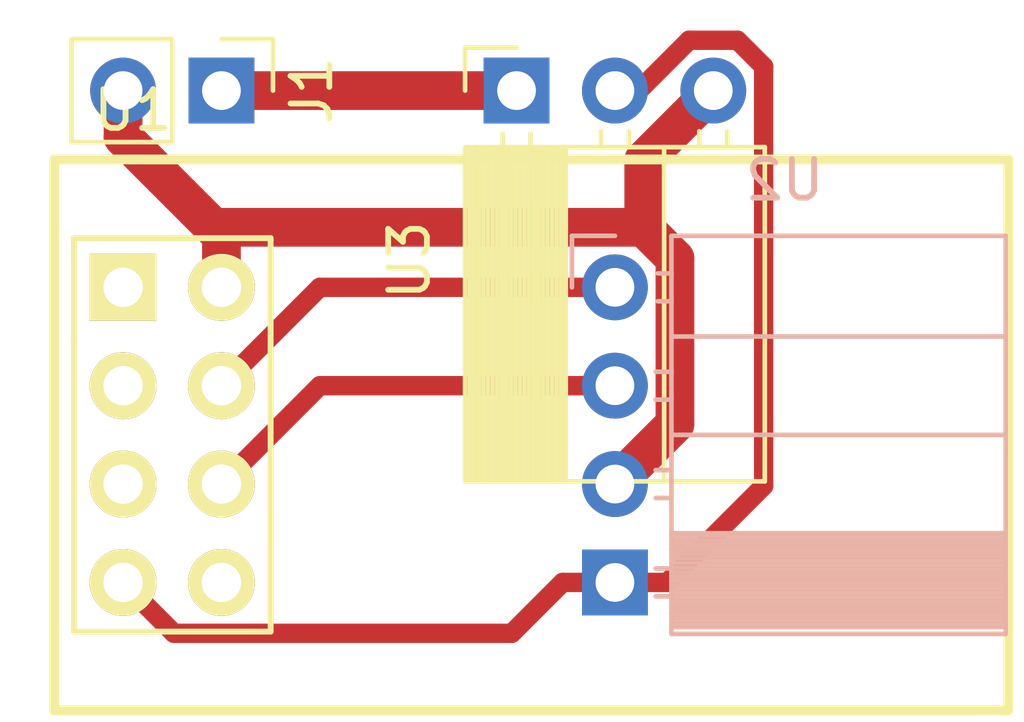
<source format=kicad_pcb>
(kicad_pcb (version 20171130) (host pcbnew "(5.1.4-0-10_14)")

  (general
    (thickness 1.6)
    (drawings 0)
    (tracks 29)
    (zones 0)
    (modules 4)
    (nets 10)
  )

  (page A4)
  (layers
    (0 F.Cu signal)
    (31 B.Cu signal)
    (32 B.Adhes user)
    (33 F.Adhes user)
    (34 B.Paste user)
    (35 F.Paste user)
    (36 B.SilkS user)
    (37 F.SilkS user)
    (38 B.Mask user)
    (39 F.Mask user)
    (40 Dwgs.User user)
    (41 Cmts.User user)
    (42 Eco1.User user)
    (43 Eco2.User user)
    (44 Edge.Cuts user)
    (45 Margin user)
    (46 B.CrtYd user)
    (47 F.CrtYd user)
    (48 B.Fab user)
    (49 F.Fab user)
  )

  (setup
    (last_trace_width 0.5)
    (trace_clearance 0.2)
    (zone_clearance 0.508)
    (zone_45_only no)
    (trace_min 0.2)
    (via_size 0.8)
    (via_drill 0.4)
    (via_min_size 0.4)
    (via_min_drill 0.3)
    (uvia_size 0.3)
    (uvia_drill 0.1)
    (uvias_allowed no)
    (uvia_min_size 0.2)
    (uvia_min_drill 0.1)
    (edge_width 0.05)
    (segment_width 0.2)
    (pcb_text_width 0.3)
    (pcb_text_size 1.5 1.5)
    (mod_edge_width 0.12)
    (mod_text_size 1 1)
    (mod_text_width 0.15)
    (pad_size 1.7 1.7)
    (pad_drill 1)
    (pad_to_mask_clearance 0.051)
    (solder_mask_min_width 0.25)
    (aux_axis_origin 0 0)
    (visible_elements FFFFFF7F)
    (pcbplotparams
      (layerselection 0x010fc_ffffffff)
      (usegerberextensions false)
      (usegerberattributes true)
      (usegerberadvancedattributes false)
      (creategerberjobfile false)
      (excludeedgelayer false)
      (linewidth 0.100000)
      (plotframeref false)
      (viasonmask false)
      (mode 1)
      (useauxorigin true)
      (hpglpennumber 1)
      (hpglpenspeed 20)
      (hpglpendiameter 15.000000)
      (psnegative false)
      (psa4output false)
      (plotreference true)
      (plotvalue true)
      (plotinvisibletext false)
      (padsonsilk true)
      (subtractmaskfromsilk false)
      (outputformat 1)
      (mirror false)
      (drillshape 0)
      (scaleselection 1)
      (outputdirectory "gerber/"))
  )

  (net 0 "")
  (net 1 GND)
  (net 2 "Net-(U1-Pad4)")
  (net 3 "Net-(U1-Pad6)")
  (net 4 +5V)
  (net 5 "Net-(U1-Pad1)")
  (net 6 "Net-(U1-Pad3)")
  (net 7 "Net-(U1-Pad5)")
  (net 8 "Net-(U1-Pad8)")
  (net 9 "Net-(U1-Pad7)")

  (net_class Default "To jest domyślna klasa połączeń."
    (clearance 0.2)
    (trace_width 0.5)
    (via_dia 0.8)
    (via_drill 0.4)
    (uvia_dia 0.3)
    (uvia_drill 0.1)
    (add_net "Net-(U1-Pad1)")
    (add_net "Net-(U1-Pad3)")
    (add_net "Net-(U1-Pad4)")
    (add_net "Net-(U1-Pad5)")
    (add_net "Net-(U1-Pad6)")
    (add_net "Net-(U1-Pad7)")
    (add_net "Net-(U1-Pad8)")
  )

  (net_class Power ""
    (clearance 0.2)
    (trace_width 1)
    (via_dia 0.8)
    (via_drill 0.4)
    (uvia_dia 0.3)
    (uvia_drill 0.1)
    (add_net +5V)
    (add_net GND)
  )

  (module Connector_PinSocket_2.54mm:PinSocket_1x03_P2.54mm_Horizontal (layer F.Cu) (tedit 5D717F66) (tstamp 5D718328)
    (at 121.92 104.14 90)
    (descr "Through hole angled socket strip, 1x03, 2.54mm pitch, 8.51mm socket length, single row (from Kicad 4.0.7), script generated")
    (tags "Through hole angled socket strip THT 1x03 2.54mm single row")
    (path /5D7055DD)
    (fp_text reference U3 (at -4.38 -2.77 90) (layer F.SilkS)
      (effects (font (size 1 1) (thickness 0.15)))
    )
    (fp_text value AMS1117-3.3 (at -4.38 7.85 90) (layer F.Fab)
      (effects (font (size 1 1) (thickness 0.15)))
    )
    (fp_line (start -10.03 -1.27) (end -2.49 -1.27) (layer F.Fab) (width 0.1))
    (fp_line (start -2.49 -1.27) (end -1.52 -0.3) (layer F.Fab) (width 0.1))
    (fp_line (start -1.52 -0.3) (end -1.52 6.35) (layer F.Fab) (width 0.1))
    (fp_line (start -1.52 6.35) (end -10.03 6.35) (layer F.Fab) (width 0.1))
    (fp_line (start -10.03 6.35) (end -10.03 -1.27) (layer F.Fab) (width 0.1))
    (fp_line (start 0 -0.3) (end -1.52 -0.3) (layer F.Fab) (width 0.1))
    (fp_line (start -1.52 0.3) (end 0 0.3) (layer F.Fab) (width 0.1))
    (fp_line (start 0 0.3) (end 0 -0.3) (layer F.Fab) (width 0.1))
    (fp_line (start 0 2.24) (end -1.52 2.24) (layer F.Fab) (width 0.1))
    (fp_line (start -1.52 2.84) (end 0 2.84) (layer F.Fab) (width 0.1))
    (fp_line (start 0 2.84) (end 0 2.24) (layer F.Fab) (width 0.1))
    (fp_line (start 0 4.78) (end -1.52 4.78) (layer F.Fab) (width 0.1))
    (fp_line (start -1.52 5.38) (end 0 5.38) (layer F.Fab) (width 0.1))
    (fp_line (start 0 5.38) (end 0 4.78) (layer F.Fab) (width 0.1))
    (fp_line (start -10.09 -1.21) (end -1.46 -1.21) (layer F.SilkS) (width 0.12))
    (fp_line (start -10.09 -1.091905) (end -1.46 -1.091905) (layer F.SilkS) (width 0.12))
    (fp_line (start -10.09 -0.97381) (end -1.46 -0.97381) (layer F.SilkS) (width 0.12))
    (fp_line (start -10.09 -0.855715) (end -1.46 -0.855715) (layer F.SilkS) (width 0.12))
    (fp_line (start -10.09 -0.73762) (end -1.46 -0.73762) (layer F.SilkS) (width 0.12))
    (fp_line (start -10.09 -0.619525) (end -1.46 -0.619525) (layer F.SilkS) (width 0.12))
    (fp_line (start -10.09 -0.50143) (end -1.46 -0.50143) (layer F.SilkS) (width 0.12))
    (fp_line (start -10.09 -0.383335) (end -1.46 -0.383335) (layer F.SilkS) (width 0.12))
    (fp_line (start -10.09 -0.26524) (end -1.46 -0.26524) (layer F.SilkS) (width 0.12))
    (fp_line (start -10.09 -0.147145) (end -1.46 -0.147145) (layer F.SilkS) (width 0.12))
    (fp_line (start -10.09 -0.02905) (end -1.46 -0.02905) (layer F.SilkS) (width 0.12))
    (fp_line (start -10.09 0.089045) (end -1.46 0.089045) (layer F.SilkS) (width 0.12))
    (fp_line (start -10.09 0.20714) (end -1.46 0.20714) (layer F.SilkS) (width 0.12))
    (fp_line (start -10.09 0.325235) (end -1.46 0.325235) (layer F.SilkS) (width 0.12))
    (fp_line (start -10.09 0.44333) (end -1.46 0.44333) (layer F.SilkS) (width 0.12))
    (fp_line (start -10.09 0.561425) (end -1.46 0.561425) (layer F.SilkS) (width 0.12))
    (fp_line (start -10.09 0.67952) (end -1.46 0.67952) (layer F.SilkS) (width 0.12))
    (fp_line (start -10.09 0.797615) (end -1.46 0.797615) (layer F.SilkS) (width 0.12))
    (fp_line (start -10.09 0.91571) (end -1.46 0.91571) (layer F.SilkS) (width 0.12))
    (fp_line (start -10.09 1.033805) (end -1.46 1.033805) (layer F.SilkS) (width 0.12))
    (fp_line (start -10.09 1.1519) (end -1.46 1.1519) (layer F.SilkS) (width 0.12))
    (fp_line (start -1.46 -0.36) (end -1.11 -0.36) (layer F.SilkS) (width 0.12))
    (fp_line (start -1.46 0.36) (end -1.11 0.36) (layer F.SilkS) (width 0.12))
    (fp_line (start -1.46 2.18) (end -1.05 2.18) (layer F.SilkS) (width 0.12))
    (fp_line (start -1.46 2.9) (end -1.05 2.9) (layer F.SilkS) (width 0.12))
    (fp_line (start -1.46 4.72) (end -1.05 4.72) (layer F.SilkS) (width 0.12))
    (fp_line (start -1.46 5.44) (end -1.05 5.44) (layer F.SilkS) (width 0.12))
    (fp_line (start -10.09 1.27) (end -1.46 1.27) (layer F.SilkS) (width 0.12))
    (fp_line (start -10.09 3.81) (end -1.46 3.81) (layer F.SilkS) (width 0.12))
    (fp_line (start -10.09 -1.33) (end -1.46 -1.33) (layer F.SilkS) (width 0.12))
    (fp_line (start -1.46 -1.33) (end -1.46 6.41) (layer F.SilkS) (width 0.12))
    (fp_line (start -10.09 6.41) (end -1.46 6.41) (layer F.SilkS) (width 0.12))
    (fp_line (start -10.09 -1.33) (end -10.09 6.41) (layer F.SilkS) (width 0.12))
    (fp_line (start 1.11 -1.33) (end 1.11 0) (layer F.SilkS) (width 0.12))
    (fp_line (start 0 -1.33) (end 1.11 -1.33) (layer F.SilkS) (width 0.12))
    (fp_line (start 1.75 -1.8) (end -10.55 -1.8) (layer F.CrtYd) (width 0.05))
    (fp_line (start -10.55 -1.8) (end -10.55 6.85) (layer F.CrtYd) (width 0.05))
    (fp_line (start -10.55 6.85) (end 1.75 6.85) (layer F.CrtYd) (width 0.05))
    (fp_line (start 1.75 6.85) (end 1.75 -1.8) (layer F.CrtYd) (width 0.05))
    (fp_text user %R (at -5.775 2.54 90) (layer F.Fab)
      (effects (font (size 1 1) (thickness 0.15)))
    )
    (pad 3 thru_hole rect (at 0 0 90) (size 1.7 1.7) (drill 1) (layers *.Cu *.Mask)
      (net 4 +5V))
    (pad 2 thru_hole oval (at 0 2.54 90) (size 1.7 1.7) (drill 1) (layers *.Cu *.Mask)
      (net 9 "Net-(U1-Pad7)"))
    (pad 1 thru_hole circle (at 0 5.08 90) (size 1.7 1.7) (drill 1) (layers *.Cu *.Mask)
      (net 1 GND))
    (model ${KISYS3DMOD}/Connector_PinSocket_2.54mm.3dshapes/PinSocket_1x03_P2.54mm_Horizontal.wrl
      (at (xyz 0 0 0))
      (scale (xyz 1 1 1))
      (rotate (xyz 0 0 0))
    )
  )

  (module Connector_PinHeader_2.54mm:PinHeader_1x02_P2.54mm_Vertical (layer F.Cu) (tedit 59FED5CC) (tstamp 5D718484)
    (at 114.3 104.14 270)
    (descr "Through hole straight pin header, 1x02, 2.54mm pitch, single row")
    (tags "Through hole pin header THT 1x02 2.54mm single row")
    (path /5D71CE81)
    (fp_text reference J1 (at 0 -2.33 90) (layer F.SilkS)
      (effects (font (size 1 1) (thickness 0.15)))
    )
    (fp_text value Power (at 0 4.87 90) (layer F.Fab)
      (effects (font (size 1 1) (thickness 0.15)))
    )
    (fp_line (start -0.635 -1.27) (end 1.27 -1.27) (layer F.Fab) (width 0.1))
    (fp_line (start 1.27 -1.27) (end 1.27 3.81) (layer F.Fab) (width 0.1))
    (fp_line (start 1.27 3.81) (end -1.27 3.81) (layer F.Fab) (width 0.1))
    (fp_line (start -1.27 3.81) (end -1.27 -0.635) (layer F.Fab) (width 0.1))
    (fp_line (start -1.27 -0.635) (end -0.635 -1.27) (layer F.Fab) (width 0.1))
    (fp_line (start -1.33 3.87) (end 1.33 3.87) (layer F.SilkS) (width 0.12))
    (fp_line (start -1.33 1.27) (end -1.33 3.87) (layer F.SilkS) (width 0.12))
    (fp_line (start 1.33 1.27) (end 1.33 3.87) (layer F.SilkS) (width 0.12))
    (fp_line (start -1.33 1.27) (end 1.33 1.27) (layer F.SilkS) (width 0.12))
    (fp_line (start -1.33 0) (end -1.33 -1.33) (layer F.SilkS) (width 0.12))
    (fp_line (start -1.33 -1.33) (end 0 -1.33) (layer F.SilkS) (width 0.12))
    (fp_line (start -1.8 -1.8) (end -1.8 4.35) (layer F.CrtYd) (width 0.05))
    (fp_line (start -1.8 4.35) (end 1.8 4.35) (layer F.CrtYd) (width 0.05))
    (fp_line (start 1.8 4.35) (end 1.8 -1.8) (layer F.CrtYd) (width 0.05))
    (fp_line (start 1.8 -1.8) (end -1.8 -1.8) (layer F.CrtYd) (width 0.05))
    (fp_text user %R (at 0 1.27) (layer F.Fab)
      (effects (font (size 1 1) (thickness 0.15)))
    )
    (pad 1 thru_hole rect (at 0 0 270) (size 1.7 1.7) (drill 1) (layers *.Cu *.Mask)
      (net 4 +5V))
    (pad 2 thru_hole oval (at 0 2.54 270) (size 1.7 1.7) (drill 1) (layers *.Cu *.Mask)
      (net 1 GND))
    (model ${KISYS3DMOD}/Connector_PinHeader_2.54mm.3dshapes/PinHeader_1x02_P2.54mm_Vertical.wrl
      (at (xyz 0 0 0))
      (scale (xyz 1 1 1))
      (rotate (xyz 0 0 0))
    )
  )

  (module ESP8266:ESP-01 (layer F.Cu) (tedit 577EF889) (tstamp 5D756557)
    (at 111.76 109.22)
    (descr "Module, ESP-8266, ESP-01, 8 pin")
    (tags "Module ESP-8266 ESP8266")
    (path /5D702045)
    (fp_text reference U1 (at 0.254 -4.572) (layer F.SilkS)
      (effects (font (size 1 1) (thickness 0.15)))
    )
    (fp_text value ESP-01 (at 12.192 3.556) (layer F.Fab)
      (effects (font (size 1 1) (thickness 0.15)))
    )
    (fp_line (start -1.778 -3.302) (end 22.86 -3.302) (layer F.SilkS) (width 0.254))
    (fp_line (start 22.86 -3.302) (end 22.86 10.922) (layer F.SilkS) (width 0.254))
    (fp_line (start 22.86 10.922) (end -1.778 10.922) (layer F.SilkS) (width 0.254))
    (fp_line (start -1.778 10.922) (end -1.778 -3.302) (layer F.SilkS) (width 0.254))
    (fp_line (start -1.778 -3.302) (end 22.86 -3.302) (layer F.Fab) (width 0.05))
    (fp_line (start 22.86 -3.302) (end 22.86 10.922) (layer F.Fab) (width 0.05))
    (fp_line (start 22.86 10.922) (end -1.778 10.922) (layer F.Fab) (width 0.05))
    (fp_line (start -1.778 10.922) (end -1.778 -3.302) (layer F.Fab) (width 0.05))
    (fp_line (start 1.27 -1.27) (end -1.27 -1.27) (layer F.SilkS) (width 0.1524))
    (fp_line (start -1.27 -1.27) (end -1.27 1.27) (layer F.SilkS) (width 0.1524))
    (fp_line (start -1.75 -1.75) (end -1.75 9.4) (layer F.CrtYd) (width 0.05))
    (fp_line (start 4.3 -1.75) (end 4.3 9.4) (layer F.CrtYd) (width 0.05))
    (fp_line (start -1.75 -1.75) (end 4.3 -1.75) (layer F.CrtYd) (width 0.05))
    (fp_line (start -1.75 9.4) (end 4.3 9.4) (layer F.CrtYd) (width 0.05))
    (fp_line (start -1.27 1.27) (end -1.27 8.89) (layer F.SilkS) (width 0.1524))
    (fp_line (start -1.27 8.89) (end 3.81 8.89) (layer F.SilkS) (width 0.1524))
    (fp_line (start 3.81 8.89) (end 3.81 -1.27) (layer F.SilkS) (width 0.1524))
    (fp_line (start 3.81 -1.27) (end 1.27 -1.27) (layer F.SilkS) (width 0.1524))
    (pad 1 thru_hole rect (at 0 0) (size 1.7272 1.7272) (drill 1.016) (layers *.Cu *.Mask F.SilkS)
      (net 5 "Net-(U1-Pad1)"))
    (pad 2 thru_hole oval (at 2.54 0) (size 1.7272 1.7272) (drill 1.016) (layers *.Cu *.Mask F.SilkS)
      (net 1 GND))
    (pad 3 thru_hole oval (at 0 2.54) (size 1.7272 1.7272) (drill 1.016) (layers *.Cu *.Mask F.SilkS)
      (net 6 "Net-(U1-Pad3)"))
    (pad 4 thru_hole oval (at 2.54 2.54) (size 1.7272 1.7272) (drill 1.016) (layers *.Cu *.Mask F.SilkS)
      (net 2 "Net-(U1-Pad4)"))
    (pad 5 thru_hole oval (at 0 5.08) (size 1.7272 1.7272) (drill 1.016) (layers *.Cu *.Mask F.SilkS)
      (net 7 "Net-(U1-Pad5)"))
    (pad 6 thru_hole oval (at 2.54 5.08) (size 1.7272 1.7272) (drill 1.016) (layers *.Cu *.Mask F.SilkS)
      (net 3 "Net-(U1-Pad6)"))
    (pad 7 thru_hole oval (at 0 7.62) (size 1.7272 1.7272) (drill 1.016) (layers *.Cu *.Mask F.SilkS)
      (net 9 "Net-(U1-Pad7)"))
    (pad 8 thru_hole oval (at 2.54 7.62) (size 1.7272 1.7272) (drill 1.016) (layers *.Cu *.Mask F.SilkS)
      (net 8 "Net-(U1-Pad8)"))
  )

  (module Sensor:SHT3x-BOARD (layer B.Cu) (tedit 5D757784) (tstamp 5D759D93)
    (at 124.46 109.22 180)
    (descr "Through hole angled socket strip, 1x04, 2.54mm pitch, 8.51mm socket length, single row (from Kicad 4.0.7), script generated")
    (tags "Through hole angled socket strip THT 1x04 2.54mm single row")
    (path /5D710919)
    (fp_text reference U2 (at -4.38 2.77) (layer B.SilkS)
      (effects (font (size 1 1) (thickness 0.15)) (justify mirror))
    )
    (fp_text value SHT31 (at -4.38 -10.39) (layer B.Fab)
      (effects (font (size 1 1) (thickness 0.15)) (justify mirror))
    )
    (fp_line (start -10.03 1.27) (end -2.49 1.27) (layer B.Fab) (width 0.1))
    (fp_line (start -2.49 1.27) (end -1.52 0.3) (layer B.Fab) (width 0.1))
    (fp_line (start -1.52 0.3) (end -1.52 -8.89) (layer B.Fab) (width 0.1))
    (fp_line (start -1.52 -8.89) (end -10.03 -8.89) (layer B.Fab) (width 0.1))
    (fp_line (start -10.03 -8.89) (end -10.03 1.27) (layer B.Fab) (width 0.1))
    (fp_line (start 0 0.3) (end -1.52 0.3) (layer B.Fab) (width 0.1))
    (fp_line (start -1.52 -0.3) (end 0 -0.3) (layer B.Fab) (width 0.1))
    (fp_line (start 0 -0.3) (end 0 0.3) (layer B.Fab) (width 0.1))
    (fp_line (start 0 -2.24) (end -1.52 -2.24) (layer B.Fab) (width 0.1))
    (fp_line (start -1.52 -2.84) (end 0 -2.84) (layer B.Fab) (width 0.1))
    (fp_line (start 0 -2.84) (end 0 -2.24) (layer B.Fab) (width 0.1))
    (fp_line (start 0 -4.78) (end -1.52 -4.78) (layer B.Fab) (width 0.1))
    (fp_line (start -1.52 -5.38) (end 0 -5.38) (layer B.Fab) (width 0.1))
    (fp_line (start 0 -5.38) (end 0 -4.78) (layer B.Fab) (width 0.1))
    (fp_line (start 0 -7.32) (end -1.52 -7.32) (layer B.Fab) (width 0.1))
    (fp_line (start -1.52 -7.92) (end 0 -7.92) (layer B.Fab) (width 0.1))
    (fp_line (start 0 -7.92) (end 0 -7.32) (layer B.Fab) (width 0.1))
    (fp_line (start -10.09 -6.41) (end -1.46 -6.41) (layer B.SilkS) (width 0.12))
    (fp_line (start -10.09 -6.528095) (end -1.46 -6.528095) (layer B.SilkS) (width 0.12))
    (fp_line (start -10.09 -6.64619) (end -1.46 -6.64619) (layer B.SilkS) (width 0.12))
    (fp_line (start -10.09 -6.764285) (end -1.46 -6.764285) (layer B.SilkS) (width 0.12))
    (fp_line (start -10.09 -6.88238) (end -1.46 -6.88238) (layer B.SilkS) (width 0.12))
    (fp_line (start -10.09 -7.000475) (end -1.46 -7.000475) (layer B.SilkS) (width 0.12))
    (fp_line (start -10.09 -7.11857) (end -1.46 -7.11857) (layer B.SilkS) (width 0.12))
    (fp_line (start -10.09 -7.236665) (end -1.46 -7.236665) (layer B.SilkS) (width 0.12))
    (fp_line (start -10.09 -7.35476) (end -1.46 -7.35476) (layer B.SilkS) (width 0.12))
    (fp_line (start -10.09 -7.472855) (end -1.46 -7.472855) (layer B.SilkS) (width 0.12))
    (fp_line (start -10.09 -7.59095) (end -1.46 -7.59095) (layer B.SilkS) (width 0.12))
    (fp_line (start -10.09 -7.709045) (end -1.46 -7.709045) (layer B.SilkS) (width 0.12))
    (fp_line (start -10.09 -7.82714) (end -1.46 -7.82714) (layer B.SilkS) (width 0.12))
    (fp_line (start -10.09 -7.945235) (end -1.46 -7.945235) (layer B.SilkS) (width 0.12))
    (fp_line (start -10.09 -8.06333) (end -1.46 -8.06333) (layer B.SilkS) (width 0.12))
    (fp_line (start -10.09 -8.181425) (end -1.46 -8.181425) (layer B.SilkS) (width 0.12))
    (fp_line (start -10.09 -8.29952) (end -1.46 -8.29952) (layer B.SilkS) (width 0.12))
    (fp_line (start -10.09 -8.417615) (end -1.46 -8.417615) (layer B.SilkS) (width 0.12))
    (fp_line (start -10.09 -8.53571) (end -1.46 -8.53571) (layer B.SilkS) (width 0.12))
    (fp_line (start -10.09 -8.653805) (end -1.46 -8.653805) (layer B.SilkS) (width 0.12))
    (fp_line (start -10.09 -8.7719) (end -1.46 -8.7719) (layer B.SilkS) (width 0.12))
    (fp_line (start -1.46 0.36) (end -1.11 0.36) (layer B.SilkS) (width 0.12))
    (fp_line (start -1.46 -0.36) (end -1.11 -0.36) (layer B.SilkS) (width 0.12))
    (fp_line (start -1.46 -2.18) (end -1.05 -2.18) (layer B.SilkS) (width 0.12))
    (fp_line (start -1.46 -2.9) (end -1.05 -2.9) (layer B.SilkS) (width 0.12))
    (fp_line (start -1.46 -4.72) (end -1.05 -4.72) (layer B.SilkS) (width 0.12))
    (fp_line (start -1.46 -5.44) (end -1.05 -5.44) (layer B.SilkS) (width 0.12))
    (fp_line (start -1.46 -7.26) (end -1.05 -7.26) (layer B.SilkS) (width 0.12))
    (fp_line (start -1.46 -7.98) (end -1.05 -7.98) (layer B.SilkS) (width 0.12))
    (fp_line (start -10.09 -1.27) (end -1.46 -1.27) (layer B.SilkS) (width 0.12))
    (fp_line (start -10.09 -3.81) (end -1.46 -3.81) (layer B.SilkS) (width 0.12))
    (fp_line (start -10.09 -6.35) (end -1.46 -6.35) (layer B.SilkS) (width 0.12))
    (fp_line (start -10.09 1.33) (end -1.46 1.33) (layer B.SilkS) (width 0.12))
    (fp_line (start -1.46 1.33) (end -1.46 -8.95) (layer B.SilkS) (width 0.12))
    (fp_line (start -10.09 -8.95) (end -1.46 -8.95) (layer B.SilkS) (width 0.12))
    (fp_line (start -10.09 1.33) (end -10.09 -8.95) (layer B.SilkS) (width 0.12))
    (fp_line (start 1.11 1.33) (end 1.11 0) (layer B.SilkS) (width 0.12))
    (fp_line (start 0 1.33) (end 1.11 1.33) (layer B.SilkS) (width 0.12))
    (fp_line (start 1.75 1.75) (end -10.55 1.75) (layer B.CrtYd) (width 0.05))
    (fp_line (start -10.55 1.75) (end -10.55 -9.45) (layer B.CrtYd) (width 0.05))
    (fp_line (start -10.55 -9.45) (end 1.75 -9.45) (layer B.CrtYd) (width 0.05))
    (fp_line (start 1.75 -9.45) (end 1.75 1.75) (layer B.CrtYd) (width 0.05))
    (fp_text user %R (at -5.775 -3.81 -90) (layer B.Fab)
      (effects (font (size 1 1) (thickness 0.15)) (justify mirror))
    )
    (pad 5 thru_hole rect (at 0 -7.62 180) (size 1.7 1.7) (drill 1) (layers *.Cu *.Mask)
      (net 9 "Net-(U1-Pad7)"))
    (pad 4 thru_hole oval (at 0 -2.54 180) (size 1.7 1.7) (drill 1) (layers *.Cu *.Mask)
      (net 3 "Net-(U1-Pad6)"))
    (pad 8 thru_hole oval (at 0 -5.08 180) (size 1.7 1.7) (drill 1) (layers *.Cu *.Mask)
      (net 1 GND))
    (pad 1 thru_hole oval (at 0 0 180) (size 1.7 1.7) (drill 1) (layers *.Cu *.Mask)
      (net 2 "Net-(U1-Pad4)"))
    (model ${KISYS3DMOD}/Connector_PinSocket_2.54mm.3dshapes/PinSocket_1x04_P2.54mm_Horizontal.wrl
      (at (xyz 0 0 0))
      (scale (xyz 1 1 1))
      (rotate (xyz 0 0 0))
    )
  )

  (segment (start 114.3 107.998686) (end 114.3 109.22) (width 1) (layer F.Cu) (net 1))
  (segment (start 114.3 107.882081) (end 114.3 107.998686) (width 1) (layer F.Cu) (net 1))
  (segment (start 111.76 105.342081) (end 114.3 107.882081) (width 1) (layer F.Cu) (net 1))
  (segment (start 126.010001 108.475999) (end 126.010001 112.749999) (width 1) (layer F.Cu) (net 1))
  (segment (start 114.087918 107.669999) (end 125.204001 107.669999) (width 1) (layer F.Cu) (net 1))
  (segment (start 111.76 105.342081) (end 114.087918 107.669999) (width 1) (layer F.Cu) (net 1))
  (segment (start 125.309999 113.450001) (end 124.46 114.3) (width 1) (layer F.Cu) (net 1))
  (segment (start 126.010001 112.749999) (end 125.309999 113.450001) (width 1) (layer F.Cu) (net 1))
  (segment (start 125.204001 107.669999) (end 126.010001 108.475999) (width 1) (layer F.Cu) (net 1))
  (segment (start 111.76 104.14) (end 111.76 105.342081) (width 1) (layer F.Cu) (net 1))
  (segment (start 125.204001 105.935999) (end 125.204001 107.669999) (width 1) (layer F.Cu) (net 1))
  (segment (start 127 104.14) (end 125.204001 105.935999) (width 1) (layer F.Cu) (net 1))
  (segment (start 116.84 109.22) (end 114.3 111.76) (width 0.5) (layer F.Cu) (net 2))
  (segment (start 124.46 109.22) (end 116.84 109.22) (width 0.5) (layer F.Cu) (net 2))
  (segment (start 116.84 111.76) (end 114.3 114.3) (width 0.5) (layer F.Cu) (net 3))
  (segment (start 124.46 111.76) (end 116.84 111.76) (width 0.5) (layer F.Cu) (net 3))
  (segment (start 121.92 104.14) (end 114.3 104.14) (width 1) (layer F.Cu) (net 4))
  (segment (start 112.623599 117.703599) (end 111.76 116.84) (width 0.5) (layer F.Cu) (net 9))
  (segment (start 113.073601 118.153601) (end 112.623599 117.703599) (width 0.5) (layer F.Cu) (net 9))
  (segment (start 121.796399 118.153601) (end 113.073601 118.153601) (width 0.5) (layer F.Cu) (net 9))
  (segment (start 123.11 116.84) (end 121.796399 118.153601) (width 0.5) (layer F.Cu) (net 9))
  (segment (start 124.46 116.84) (end 123.11 116.84) (width 0.5) (layer F.Cu) (net 9))
  (segment (start 125.81 116.84) (end 124.46 116.84) (width 0.5) (layer F.Cu) (net 9))
  (segment (start 128.300001 114.349999) (end 125.81 116.84) (width 0.5) (layer F.Cu) (net 9))
  (segment (start 128.300001 103.515999) (end 128.300001 114.349999) (width 0.5) (layer F.Cu) (net 9))
  (segment (start 127.624001 102.839999) (end 128.300001 103.515999) (width 0.5) (layer F.Cu) (net 9))
  (segment (start 126.375999 102.839999) (end 127.624001 102.839999) (width 0.5) (layer F.Cu) (net 9))
  (segment (start 125.075998 104.14) (end 126.375999 102.839999) (width 0.5) (layer F.Cu) (net 9))
  (segment (start 124.46 104.14) (end 125.075998 104.14) (width 0.5) (layer F.Cu) (net 9))

)

</source>
